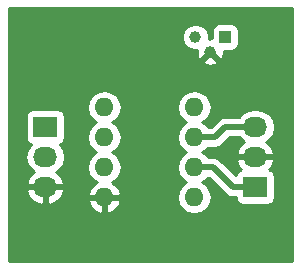
<source format=gtl>
G04 #@! TF.GenerationSoftware,KiCad,Pcbnew,no-vcs-found-0e6723b~58~ubuntu16.10.1*
G04 #@! TF.CreationDate,2017-07-28T21:57:49+01:00*
G04 #@! TF.ProjectId,Discovery SLS controller,446973636F7665727920534C5320636F,rev?*
G04 #@! TF.FileFunction,Copper,L1,Top,Signal*
G04 #@! TF.FilePolarity,Positive*
%FSLAX46Y46*%
G04 Gerber Fmt 4.6, Leading zero omitted, Abs format (unit mm)*
G04 Created by KiCad (PCBNEW no-vcs-found-0e6723b~58~ubuntu16.10.1) date Fri Jul 28 21:57:49 2017*
%MOMM*%
%LPD*%
G01*
G04 APERTURE LIST*
%ADD10C,0.100000*%
%ADD11R,1.000000X1.000000*%
%ADD12C,1.000000*%
%ADD13O,1.600000X1.600000*%
%ADD14R,2.032000X1.727200*%
%ADD15O,2.032000X1.727200*%
%ADD16C,0.500000*%
%ADD17C,0.254000*%
G04 APERTURE END LIST*
D10*
D11*
X167640000Y-105410000D03*
D12*
X165100000Y-105410000D03*
X166370000Y-106680000D03*
D13*
X157391100Y-111353600D03*
X157391100Y-113893600D03*
X157391100Y-116433600D03*
X157391100Y-118973600D03*
X165011100Y-118973600D03*
X165011100Y-116433600D03*
X165011100Y-113893600D03*
X165011100Y-111353600D03*
D14*
X152400000Y-113030000D03*
D15*
X152400000Y-115570000D03*
X152400000Y-118110000D03*
D14*
X170180000Y-118110000D03*
D15*
X170180000Y-115570000D03*
X170180000Y-113030000D03*
D16*
X170180000Y-118110000D02*
X168275000Y-118110000D01*
X166598600Y-116433600D02*
X165011100Y-116433600D01*
X168275000Y-118110000D02*
X166598600Y-116433600D01*
X165011100Y-113893600D02*
X166776400Y-113893600D01*
X167640000Y-113030000D02*
X170180000Y-113030000D01*
X166776400Y-113893600D02*
X167640000Y-113030000D01*
D17*
G36*
X173280000Y-124385000D02*
X149300000Y-124385000D01*
X149300000Y-118469026D01*
X150792642Y-118469026D01*
X150795291Y-118484791D01*
X151049268Y-119012036D01*
X151485680Y-119401954D01*
X152038087Y-119595184D01*
X152273000Y-119450924D01*
X152273000Y-118237000D01*
X152527000Y-118237000D01*
X152527000Y-119450924D01*
X152761913Y-119595184D01*
X153314320Y-119401954D01*
X153403092Y-119322639D01*
X155999196Y-119322639D01*
X156160059Y-119711023D01*
X156535966Y-120125989D01*
X157042059Y-120365514D01*
X157264100Y-120244229D01*
X157264100Y-119100600D01*
X157518100Y-119100600D01*
X157518100Y-120244229D01*
X157740141Y-120365514D01*
X158246234Y-120125989D01*
X158622141Y-119711023D01*
X158783004Y-119322639D01*
X158661015Y-119100600D01*
X157518100Y-119100600D01*
X157264100Y-119100600D01*
X156121185Y-119100600D01*
X155999196Y-119322639D01*
X153403092Y-119322639D01*
X153750732Y-119012036D01*
X154004709Y-118484791D01*
X154007358Y-118469026D01*
X153886217Y-118237000D01*
X152527000Y-118237000D01*
X152273000Y-118237000D01*
X150913783Y-118237000D01*
X150792642Y-118469026D01*
X149300000Y-118469026D01*
X149300000Y-115570000D01*
X150716655Y-115570000D01*
X150830729Y-116143489D01*
X151155585Y-116629670D01*
X151465069Y-116836461D01*
X151049268Y-117207964D01*
X150795291Y-117735209D01*
X150792642Y-117750974D01*
X150913783Y-117983000D01*
X152273000Y-117983000D01*
X152273000Y-117963000D01*
X152527000Y-117963000D01*
X152527000Y-117983000D01*
X153886217Y-117983000D01*
X154007358Y-117750974D01*
X154004709Y-117735209D01*
X153750732Y-117207964D01*
X153334931Y-116836461D01*
X153644415Y-116629670D01*
X153969271Y-116143489D01*
X154083345Y-115570000D01*
X153969271Y-114996511D01*
X153644415Y-114510330D01*
X153627434Y-114498984D01*
X153663765Y-114491757D01*
X153873809Y-114351409D01*
X154014157Y-114141365D01*
X154063440Y-113893600D01*
X154063440Y-112166400D01*
X154014157Y-111918635D01*
X153873809Y-111708591D01*
X153663765Y-111568243D01*
X153416000Y-111518960D01*
X151384000Y-111518960D01*
X151136235Y-111568243D01*
X150926191Y-111708591D01*
X150785843Y-111918635D01*
X150736560Y-112166400D01*
X150736560Y-113893600D01*
X150785843Y-114141365D01*
X150926191Y-114351409D01*
X151136235Y-114491757D01*
X151172566Y-114498984D01*
X151155585Y-114510330D01*
X150830729Y-114996511D01*
X150716655Y-115570000D01*
X149300000Y-115570000D01*
X149300000Y-111353600D01*
X155927987Y-111353600D01*
X156037220Y-111902751D01*
X156348289Y-112368298D01*
X156730375Y-112623600D01*
X156348289Y-112878902D01*
X156037220Y-113344449D01*
X155927987Y-113893600D01*
X156037220Y-114442751D01*
X156348289Y-114908298D01*
X156730375Y-115163600D01*
X156348289Y-115418902D01*
X156037220Y-115884449D01*
X155927987Y-116433600D01*
X156037220Y-116982751D01*
X156348289Y-117448298D01*
X156752803Y-117718586D01*
X156535966Y-117821211D01*
X156160059Y-118236177D01*
X155999196Y-118624561D01*
X156121185Y-118846600D01*
X157264100Y-118846600D01*
X157264100Y-118826600D01*
X157518100Y-118826600D01*
X157518100Y-118846600D01*
X158661015Y-118846600D01*
X158783004Y-118624561D01*
X158622141Y-118236177D01*
X158246234Y-117821211D01*
X158029397Y-117718586D01*
X158433911Y-117448298D01*
X158744980Y-116982751D01*
X158854213Y-116433600D01*
X158744980Y-115884449D01*
X158433911Y-115418902D01*
X158051825Y-115163600D01*
X158433911Y-114908298D01*
X158744980Y-114442751D01*
X158854213Y-113893600D01*
X158744980Y-113344449D01*
X158433911Y-112878902D01*
X158051825Y-112623600D01*
X158433911Y-112368298D01*
X158744980Y-111902751D01*
X158854213Y-111353600D01*
X163547987Y-111353600D01*
X163657220Y-111902751D01*
X163968289Y-112368298D01*
X164350375Y-112623600D01*
X163968289Y-112878902D01*
X163657220Y-113344449D01*
X163547987Y-113893600D01*
X163657220Y-114442751D01*
X163968289Y-114908298D01*
X164350375Y-115163600D01*
X163968289Y-115418902D01*
X163657220Y-115884449D01*
X163547987Y-116433600D01*
X163657220Y-116982751D01*
X163968289Y-117448298D01*
X164350375Y-117703600D01*
X163968289Y-117958902D01*
X163657220Y-118424449D01*
X163547987Y-118973600D01*
X163657220Y-119522751D01*
X163968289Y-119988298D01*
X164433836Y-120299367D01*
X164982987Y-120408600D01*
X165039213Y-120408600D01*
X165588364Y-120299367D01*
X166053911Y-119988298D01*
X166364980Y-119522751D01*
X166474213Y-118973600D01*
X166364980Y-118424449D01*
X166053911Y-117958902D01*
X165671825Y-117703600D01*
X166053911Y-117448298D01*
X166140573Y-117318600D01*
X166232020Y-117318600D01*
X167649208Y-118735787D01*
X167649210Y-118735790D01*
X167936325Y-118927633D01*
X167992516Y-118938810D01*
X168275000Y-118995001D01*
X168275005Y-118995000D01*
X168520817Y-118995000D01*
X168565843Y-119221365D01*
X168706191Y-119431409D01*
X168916235Y-119571757D01*
X169164000Y-119621040D01*
X171196000Y-119621040D01*
X171443765Y-119571757D01*
X171653809Y-119431409D01*
X171794157Y-119221365D01*
X171843440Y-118973600D01*
X171843440Y-117246400D01*
X171794157Y-116998635D01*
X171653809Y-116788591D01*
X171443765Y-116648243D01*
X171353590Y-116630306D01*
X171530732Y-116472036D01*
X171784709Y-115944791D01*
X171787358Y-115929026D01*
X171666217Y-115697000D01*
X170307000Y-115697000D01*
X170307000Y-115717000D01*
X170053000Y-115717000D01*
X170053000Y-115697000D01*
X168693783Y-115697000D01*
X168572642Y-115929026D01*
X168575291Y-115944791D01*
X168829268Y-116472036D01*
X169006410Y-116630306D01*
X168916235Y-116648243D01*
X168706191Y-116788591D01*
X168565843Y-116998635D01*
X168540852Y-117124273D01*
X167224390Y-115807810D01*
X167058550Y-115697000D01*
X166937275Y-115615967D01*
X166881084Y-115604790D01*
X166598600Y-115548599D01*
X166598595Y-115548600D01*
X166140573Y-115548600D01*
X166053911Y-115418902D01*
X165671825Y-115163600D01*
X166053911Y-114908298D01*
X166140573Y-114778600D01*
X166776395Y-114778600D01*
X166776400Y-114778601D01*
X167058884Y-114722410D01*
X167115075Y-114711233D01*
X167402190Y-114519390D01*
X168006579Y-113915000D01*
X168818874Y-113915000D01*
X168935585Y-114089670D01*
X169245069Y-114296461D01*
X168829268Y-114667964D01*
X168575291Y-115195209D01*
X168572642Y-115210974D01*
X168693783Y-115443000D01*
X170053000Y-115443000D01*
X170053000Y-115423000D01*
X170307000Y-115423000D01*
X170307000Y-115443000D01*
X171666217Y-115443000D01*
X171787358Y-115210974D01*
X171784709Y-115195209D01*
X171530732Y-114667964D01*
X171114931Y-114296461D01*
X171424415Y-114089670D01*
X171749271Y-113603489D01*
X171863345Y-113030000D01*
X171749271Y-112456511D01*
X171424415Y-111970330D01*
X170938234Y-111645474D01*
X170364745Y-111531400D01*
X169995255Y-111531400D01*
X169421766Y-111645474D01*
X168935585Y-111970330D01*
X168818874Y-112145000D01*
X167640005Y-112145000D01*
X167640000Y-112144999D01*
X167357516Y-112201190D01*
X167301325Y-112212367D01*
X167014210Y-112404210D01*
X167014208Y-112404213D01*
X166409820Y-113008600D01*
X166140573Y-113008600D01*
X166053911Y-112878902D01*
X165671825Y-112623600D01*
X166053911Y-112368298D01*
X166364980Y-111902751D01*
X166474213Y-111353600D01*
X166364980Y-110804449D01*
X166053911Y-110338902D01*
X165588364Y-110027833D01*
X165039213Y-109918600D01*
X164982987Y-109918600D01*
X164433836Y-110027833D01*
X163968289Y-110338902D01*
X163657220Y-110804449D01*
X163547987Y-111353600D01*
X158854213Y-111353600D01*
X158744980Y-110804449D01*
X158433911Y-110338902D01*
X157968364Y-110027833D01*
X157419213Y-109918600D01*
X157362987Y-109918600D01*
X156813836Y-110027833D01*
X156348289Y-110338902D01*
X156037220Y-110804449D01*
X155927987Y-111353600D01*
X149300000Y-111353600D01*
X149300000Y-107470104D01*
X165759501Y-107470104D01*
X165796648Y-107685217D01*
X166224972Y-107828112D01*
X166675375Y-107796217D01*
X166943352Y-107685217D01*
X166980499Y-107470104D01*
X166370000Y-106859605D01*
X165759501Y-107470104D01*
X149300000Y-107470104D01*
X149300000Y-105634775D01*
X163964803Y-105634775D01*
X164137233Y-106052086D01*
X164456235Y-106371645D01*
X164873244Y-106544803D01*
X165222606Y-106545108D01*
X165253783Y-106985375D01*
X165364783Y-107253352D01*
X165579896Y-107290499D01*
X166190395Y-106680000D01*
X166176253Y-106665858D01*
X166355858Y-106486253D01*
X166370000Y-106500395D01*
X166384143Y-106486253D01*
X166563748Y-106665858D01*
X166549605Y-106680000D01*
X167160104Y-107290499D01*
X167375217Y-107253352D01*
X167518112Y-106825028D01*
X167499163Y-106557440D01*
X168140000Y-106557440D01*
X168387765Y-106508157D01*
X168597809Y-106367809D01*
X168738157Y-106157765D01*
X168787440Y-105910000D01*
X168787440Y-104910000D01*
X168738157Y-104662235D01*
X168597809Y-104452191D01*
X168387765Y-104311843D01*
X168140000Y-104262560D01*
X167140000Y-104262560D01*
X166892235Y-104311843D01*
X166682191Y-104452191D01*
X166541843Y-104662235D01*
X166492560Y-104910000D01*
X166492560Y-105533479D01*
X166234877Y-105551727D01*
X166235197Y-105185225D01*
X166062767Y-104767914D01*
X165743765Y-104448355D01*
X165326756Y-104275197D01*
X164875225Y-104274803D01*
X164457914Y-104447233D01*
X164138355Y-104766235D01*
X163965197Y-105183244D01*
X163964803Y-105634775D01*
X149300000Y-105634775D01*
X149300000Y-102945000D01*
X173280000Y-102945000D01*
X173280000Y-124385000D01*
X173280000Y-124385000D01*
G37*
X173280000Y-124385000D02*
X149300000Y-124385000D01*
X149300000Y-118469026D01*
X150792642Y-118469026D01*
X150795291Y-118484791D01*
X151049268Y-119012036D01*
X151485680Y-119401954D01*
X152038087Y-119595184D01*
X152273000Y-119450924D01*
X152273000Y-118237000D01*
X152527000Y-118237000D01*
X152527000Y-119450924D01*
X152761913Y-119595184D01*
X153314320Y-119401954D01*
X153403092Y-119322639D01*
X155999196Y-119322639D01*
X156160059Y-119711023D01*
X156535966Y-120125989D01*
X157042059Y-120365514D01*
X157264100Y-120244229D01*
X157264100Y-119100600D01*
X157518100Y-119100600D01*
X157518100Y-120244229D01*
X157740141Y-120365514D01*
X158246234Y-120125989D01*
X158622141Y-119711023D01*
X158783004Y-119322639D01*
X158661015Y-119100600D01*
X157518100Y-119100600D01*
X157264100Y-119100600D01*
X156121185Y-119100600D01*
X155999196Y-119322639D01*
X153403092Y-119322639D01*
X153750732Y-119012036D01*
X154004709Y-118484791D01*
X154007358Y-118469026D01*
X153886217Y-118237000D01*
X152527000Y-118237000D01*
X152273000Y-118237000D01*
X150913783Y-118237000D01*
X150792642Y-118469026D01*
X149300000Y-118469026D01*
X149300000Y-115570000D01*
X150716655Y-115570000D01*
X150830729Y-116143489D01*
X151155585Y-116629670D01*
X151465069Y-116836461D01*
X151049268Y-117207964D01*
X150795291Y-117735209D01*
X150792642Y-117750974D01*
X150913783Y-117983000D01*
X152273000Y-117983000D01*
X152273000Y-117963000D01*
X152527000Y-117963000D01*
X152527000Y-117983000D01*
X153886217Y-117983000D01*
X154007358Y-117750974D01*
X154004709Y-117735209D01*
X153750732Y-117207964D01*
X153334931Y-116836461D01*
X153644415Y-116629670D01*
X153969271Y-116143489D01*
X154083345Y-115570000D01*
X153969271Y-114996511D01*
X153644415Y-114510330D01*
X153627434Y-114498984D01*
X153663765Y-114491757D01*
X153873809Y-114351409D01*
X154014157Y-114141365D01*
X154063440Y-113893600D01*
X154063440Y-112166400D01*
X154014157Y-111918635D01*
X153873809Y-111708591D01*
X153663765Y-111568243D01*
X153416000Y-111518960D01*
X151384000Y-111518960D01*
X151136235Y-111568243D01*
X150926191Y-111708591D01*
X150785843Y-111918635D01*
X150736560Y-112166400D01*
X150736560Y-113893600D01*
X150785843Y-114141365D01*
X150926191Y-114351409D01*
X151136235Y-114491757D01*
X151172566Y-114498984D01*
X151155585Y-114510330D01*
X150830729Y-114996511D01*
X150716655Y-115570000D01*
X149300000Y-115570000D01*
X149300000Y-111353600D01*
X155927987Y-111353600D01*
X156037220Y-111902751D01*
X156348289Y-112368298D01*
X156730375Y-112623600D01*
X156348289Y-112878902D01*
X156037220Y-113344449D01*
X155927987Y-113893600D01*
X156037220Y-114442751D01*
X156348289Y-114908298D01*
X156730375Y-115163600D01*
X156348289Y-115418902D01*
X156037220Y-115884449D01*
X155927987Y-116433600D01*
X156037220Y-116982751D01*
X156348289Y-117448298D01*
X156752803Y-117718586D01*
X156535966Y-117821211D01*
X156160059Y-118236177D01*
X155999196Y-118624561D01*
X156121185Y-118846600D01*
X157264100Y-118846600D01*
X157264100Y-118826600D01*
X157518100Y-118826600D01*
X157518100Y-118846600D01*
X158661015Y-118846600D01*
X158783004Y-118624561D01*
X158622141Y-118236177D01*
X158246234Y-117821211D01*
X158029397Y-117718586D01*
X158433911Y-117448298D01*
X158744980Y-116982751D01*
X158854213Y-116433600D01*
X158744980Y-115884449D01*
X158433911Y-115418902D01*
X158051825Y-115163600D01*
X158433911Y-114908298D01*
X158744980Y-114442751D01*
X158854213Y-113893600D01*
X158744980Y-113344449D01*
X158433911Y-112878902D01*
X158051825Y-112623600D01*
X158433911Y-112368298D01*
X158744980Y-111902751D01*
X158854213Y-111353600D01*
X163547987Y-111353600D01*
X163657220Y-111902751D01*
X163968289Y-112368298D01*
X164350375Y-112623600D01*
X163968289Y-112878902D01*
X163657220Y-113344449D01*
X163547987Y-113893600D01*
X163657220Y-114442751D01*
X163968289Y-114908298D01*
X164350375Y-115163600D01*
X163968289Y-115418902D01*
X163657220Y-115884449D01*
X163547987Y-116433600D01*
X163657220Y-116982751D01*
X163968289Y-117448298D01*
X164350375Y-117703600D01*
X163968289Y-117958902D01*
X163657220Y-118424449D01*
X163547987Y-118973600D01*
X163657220Y-119522751D01*
X163968289Y-119988298D01*
X164433836Y-120299367D01*
X164982987Y-120408600D01*
X165039213Y-120408600D01*
X165588364Y-120299367D01*
X166053911Y-119988298D01*
X166364980Y-119522751D01*
X166474213Y-118973600D01*
X166364980Y-118424449D01*
X166053911Y-117958902D01*
X165671825Y-117703600D01*
X166053911Y-117448298D01*
X166140573Y-117318600D01*
X166232020Y-117318600D01*
X167649208Y-118735787D01*
X167649210Y-118735790D01*
X167936325Y-118927633D01*
X167992516Y-118938810D01*
X168275000Y-118995001D01*
X168275005Y-118995000D01*
X168520817Y-118995000D01*
X168565843Y-119221365D01*
X168706191Y-119431409D01*
X168916235Y-119571757D01*
X169164000Y-119621040D01*
X171196000Y-119621040D01*
X171443765Y-119571757D01*
X171653809Y-119431409D01*
X171794157Y-119221365D01*
X171843440Y-118973600D01*
X171843440Y-117246400D01*
X171794157Y-116998635D01*
X171653809Y-116788591D01*
X171443765Y-116648243D01*
X171353590Y-116630306D01*
X171530732Y-116472036D01*
X171784709Y-115944791D01*
X171787358Y-115929026D01*
X171666217Y-115697000D01*
X170307000Y-115697000D01*
X170307000Y-115717000D01*
X170053000Y-115717000D01*
X170053000Y-115697000D01*
X168693783Y-115697000D01*
X168572642Y-115929026D01*
X168575291Y-115944791D01*
X168829268Y-116472036D01*
X169006410Y-116630306D01*
X168916235Y-116648243D01*
X168706191Y-116788591D01*
X168565843Y-116998635D01*
X168540852Y-117124273D01*
X167224390Y-115807810D01*
X167058550Y-115697000D01*
X166937275Y-115615967D01*
X166881084Y-115604790D01*
X166598600Y-115548599D01*
X166598595Y-115548600D01*
X166140573Y-115548600D01*
X166053911Y-115418902D01*
X165671825Y-115163600D01*
X166053911Y-114908298D01*
X166140573Y-114778600D01*
X166776395Y-114778600D01*
X166776400Y-114778601D01*
X167058884Y-114722410D01*
X167115075Y-114711233D01*
X167402190Y-114519390D01*
X168006579Y-113915000D01*
X168818874Y-113915000D01*
X168935585Y-114089670D01*
X169245069Y-114296461D01*
X168829268Y-114667964D01*
X168575291Y-115195209D01*
X168572642Y-115210974D01*
X168693783Y-115443000D01*
X170053000Y-115443000D01*
X170053000Y-115423000D01*
X170307000Y-115423000D01*
X170307000Y-115443000D01*
X171666217Y-115443000D01*
X171787358Y-115210974D01*
X171784709Y-115195209D01*
X171530732Y-114667964D01*
X171114931Y-114296461D01*
X171424415Y-114089670D01*
X171749271Y-113603489D01*
X171863345Y-113030000D01*
X171749271Y-112456511D01*
X171424415Y-111970330D01*
X170938234Y-111645474D01*
X170364745Y-111531400D01*
X169995255Y-111531400D01*
X169421766Y-111645474D01*
X168935585Y-111970330D01*
X168818874Y-112145000D01*
X167640005Y-112145000D01*
X167640000Y-112144999D01*
X167357516Y-112201190D01*
X167301325Y-112212367D01*
X167014210Y-112404210D01*
X167014208Y-112404213D01*
X166409820Y-113008600D01*
X166140573Y-113008600D01*
X166053911Y-112878902D01*
X165671825Y-112623600D01*
X166053911Y-112368298D01*
X166364980Y-111902751D01*
X166474213Y-111353600D01*
X166364980Y-110804449D01*
X166053911Y-110338902D01*
X165588364Y-110027833D01*
X165039213Y-109918600D01*
X164982987Y-109918600D01*
X164433836Y-110027833D01*
X163968289Y-110338902D01*
X163657220Y-110804449D01*
X163547987Y-111353600D01*
X158854213Y-111353600D01*
X158744980Y-110804449D01*
X158433911Y-110338902D01*
X157968364Y-110027833D01*
X157419213Y-109918600D01*
X157362987Y-109918600D01*
X156813836Y-110027833D01*
X156348289Y-110338902D01*
X156037220Y-110804449D01*
X155927987Y-111353600D01*
X149300000Y-111353600D01*
X149300000Y-107470104D01*
X165759501Y-107470104D01*
X165796648Y-107685217D01*
X166224972Y-107828112D01*
X166675375Y-107796217D01*
X166943352Y-107685217D01*
X166980499Y-107470104D01*
X166370000Y-106859605D01*
X165759501Y-107470104D01*
X149300000Y-107470104D01*
X149300000Y-105634775D01*
X163964803Y-105634775D01*
X164137233Y-106052086D01*
X164456235Y-106371645D01*
X164873244Y-106544803D01*
X165222606Y-106545108D01*
X165253783Y-106985375D01*
X165364783Y-107253352D01*
X165579896Y-107290499D01*
X166190395Y-106680000D01*
X166176253Y-106665858D01*
X166355858Y-106486253D01*
X166370000Y-106500395D01*
X166384143Y-106486253D01*
X166563748Y-106665858D01*
X166549605Y-106680000D01*
X167160104Y-107290499D01*
X167375217Y-107253352D01*
X167518112Y-106825028D01*
X167499163Y-106557440D01*
X168140000Y-106557440D01*
X168387765Y-106508157D01*
X168597809Y-106367809D01*
X168738157Y-106157765D01*
X168787440Y-105910000D01*
X168787440Y-104910000D01*
X168738157Y-104662235D01*
X168597809Y-104452191D01*
X168387765Y-104311843D01*
X168140000Y-104262560D01*
X167140000Y-104262560D01*
X166892235Y-104311843D01*
X166682191Y-104452191D01*
X166541843Y-104662235D01*
X166492560Y-104910000D01*
X166492560Y-105533479D01*
X166234877Y-105551727D01*
X166235197Y-105185225D01*
X166062767Y-104767914D01*
X165743765Y-104448355D01*
X165326756Y-104275197D01*
X164875225Y-104274803D01*
X164457914Y-104447233D01*
X164138355Y-104766235D01*
X163965197Y-105183244D01*
X163964803Y-105634775D01*
X149300000Y-105634775D01*
X149300000Y-102945000D01*
X173280000Y-102945000D01*
X173280000Y-124385000D01*
M02*

</source>
